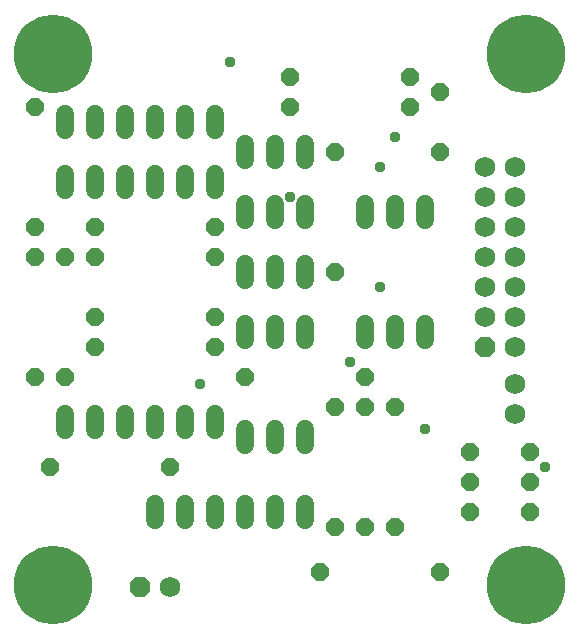
<source format=gts>
G04 EAGLE Gerber RS-274X export*
G75*
%MOMM*%
%FSLAX34Y34*%
%LPD*%
%INTop Solder Mask*%
%IPPOS*%
%AMOC8*
5,1,8,0,0,1.08239X$1,22.5*%
G01*
%ADD10P,1.649562X8X112.500000*%
%ADD11P,1.649562X8X202.500000*%
%ADD12C,1.524000*%
%ADD13P,1.649562X8X292.500000*%
%ADD14P,1.649562X8X22.500000*%
%ADD15C,6.654800*%
%ADD16P,1.869504X8X202.500000*%
%ADD17P,1.869504X8X112.500000*%
%ADD18C,1.727200*%
%ADD19C,0.959600*%


D10*
X368300Y419100D03*
X368300Y469900D03*
D11*
X444500Y165100D03*
X393700Y165100D03*
X444500Y139700D03*
X393700Y139700D03*
X444500Y114300D03*
X393700Y114300D03*
D12*
X177800Y437896D02*
X177800Y451104D01*
X127000Y451104D02*
X127000Y437896D01*
X152400Y437896D02*
X152400Y451104D01*
X101600Y400304D02*
X101600Y387096D01*
X50800Y387096D02*
X50800Y400304D01*
X76200Y400304D02*
X76200Y387096D01*
X101600Y437896D02*
X101600Y451104D01*
X50800Y451104D02*
X50800Y437896D01*
X76200Y437896D02*
X76200Y451104D01*
X177800Y120904D02*
X177800Y107696D01*
X127000Y107696D02*
X127000Y120904D01*
X152400Y120904D02*
X152400Y107696D01*
X101600Y183896D02*
X101600Y197104D01*
X50800Y197104D02*
X50800Y183896D01*
X76200Y183896D02*
X76200Y197104D01*
X254000Y120904D02*
X254000Y107696D01*
X203200Y107696D02*
X203200Y120904D01*
X228600Y120904D02*
X228600Y107696D01*
X254000Y361696D02*
X254000Y374904D01*
X203200Y374904D02*
X203200Y361696D01*
X228600Y361696D02*
X228600Y374904D01*
X177800Y387096D02*
X177800Y400304D01*
X127000Y400304D02*
X127000Y387096D01*
X152400Y387096D02*
X152400Y400304D01*
X355600Y374904D02*
X355600Y361696D01*
X304800Y361696D02*
X304800Y374904D01*
X330200Y374904D02*
X330200Y361696D01*
X254000Y412496D02*
X254000Y425704D01*
X203200Y425704D02*
X203200Y412496D01*
X228600Y412496D02*
X228600Y425704D01*
X254000Y324104D02*
X254000Y310896D01*
X203200Y310896D02*
X203200Y324104D01*
X228600Y324104D02*
X228600Y310896D01*
X254000Y273304D02*
X254000Y260096D01*
X203200Y260096D02*
X203200Y273304D01*
X228600Y273304D02*
X228600Y260096D01*
X355600Y260096D02*
X355600Y273304D01*
X304800Y273304D02*
X304800Y260096D01*
X330200Y260096D02*
X330200Y273304D01*
X254000Y184404D02*
X254000Y171196D01*
X203200Y171196D02*
X203200Y184404D01*
X228600Y184404D02*
X228600Y171196D01*
X177800Y183896D02*
X177800Y197104D01*
X127000Y197104D02*
X127000Y183896D01*
X152400Y183896D02*
X152400Y197104D01*
D10*
X25400Y355600D03*
X25400Y457200D03*
D11*
X139700Y152400D03*
X38100Y152400D03*
D10*
X25400Y228600D03*
X25400Y330200D03*
D13*
X304800Y203200D03*
X304800Y101600D03*
D14*
X76200Y254000D03*
X177800Y254000D03*
D10*
X279400Y101600D03*
X279400Y203200D03*
X50800Y228600D03*
X50800Y330200D03*
D13*
X330200Y203200D03*
X330200Y101600D03*
D14*
X241300Y457200D03*
X342900Y457200D03*
X266700Y63500D03*
X368300Y63500D03*
D10*
X279400Y317500D03*
X279400Y419100D03*
D14*
X241300Y482600D03*
X342900Y482600D03*
D11*
X304800Y228600D03*
X203200Y228600D03*
X177800Y330200D03*
X76200Y330200D03*
D14*
X76200Y355600D03*
X177800Y355600D03*
D11*
X177800Y279400D03*
X76200Y279400D03*
D15*
X440300Y51900D03*
X440300Y501900D03*
X40300Y501900D03*
X40300Y51900D03*
D16*
X406400Y254000D03*
D17*
X114300Y50800D03*
D18*
X406400Y279400D03*
X406400Y330200D03*
X406400Y355600D03*
X406400Y381000D03*
X406400Y406400D03*
X406400Y304800D03*
X431800Y406400D03*
X431800Y381000D03*
X431800Y355600D03*
X431800Y330200D03*
X431800Y304800D03*
X431800Y279400D03*
X431800Y254000D03*
X139700Y50800D03*
X431800Y222250D03*
X431800Y196850D03*
D19*
X355600Y184150D03*
X457200Y152400D03*
X317500Y304800D03*
X317500Y406400D03*
X330200Y431800D03*
X190500Y495300D03*
X241300Y381000D03*
X165100Y222250D03*
X292100Y241300D03*
M02*

</source>
